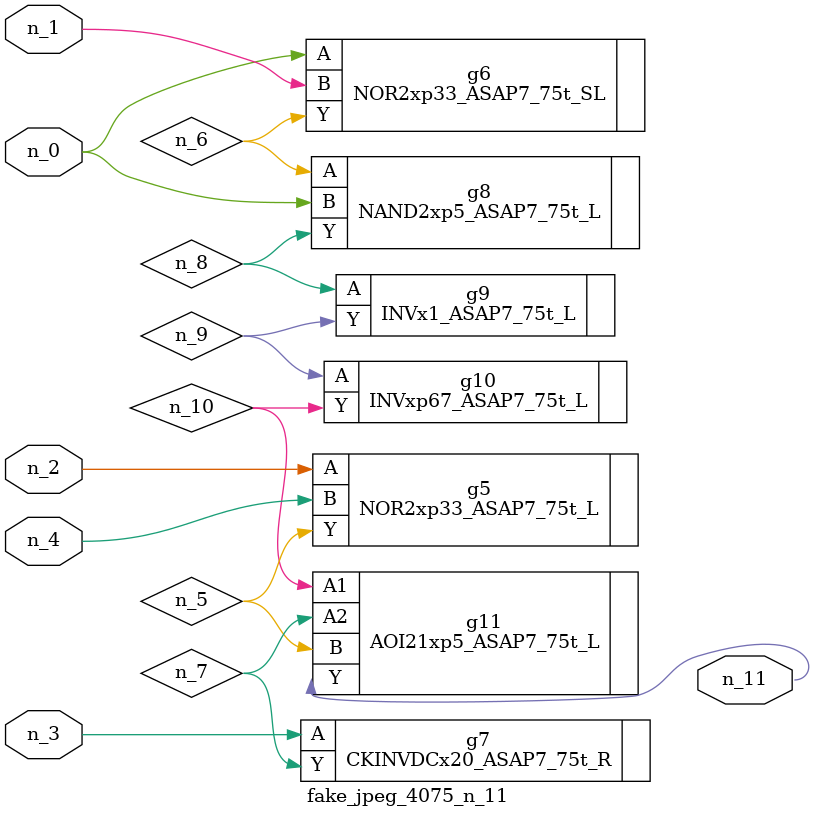
<source format=v>
module fake_jpeg_4075_n_11 (n_3, n_2, n_1, n_0, n_4, n_11);

input n_3;
input n_2;
input n_1;
input n_0;
input n_4;

output n_11;

wire n_10;
wire n_8;
wire n_9;
wire n_6;
wire n_5;
wire n_7;

NOR2xp33_ASAP7_75t_L g5 ( 
.A(n_2),
.B(n_4),
.Y(n_5)
);

NOR2xp33_ASAP7_75t_SL g6 ( 
.A(n_0),
.B(n_1),
.Y(n_6)
);

CKINVDCx20_ASAP7_75t_R g7 ( 
.A(n_3),
.Y(n_7)
);

NAND2xp5_ASAP7_75t_L g8 ( 
.A(n_6),
.B(n_0),
.Y(n_8)
);

INVx1_ASAP7_75t_L g9 ( 
.A(n_8),
.Y(n_9)
);

INVxp67_ASAP7_75t_L g10 ( 
.A(n_9),
.Y(n_10)
);

AOI21xp5_ASAP7_75t_L g11 ( 
.A1(n_10),
.A2(n_7),
.B(n_5),
.Y(n_11)
);


endmodule
</source>
